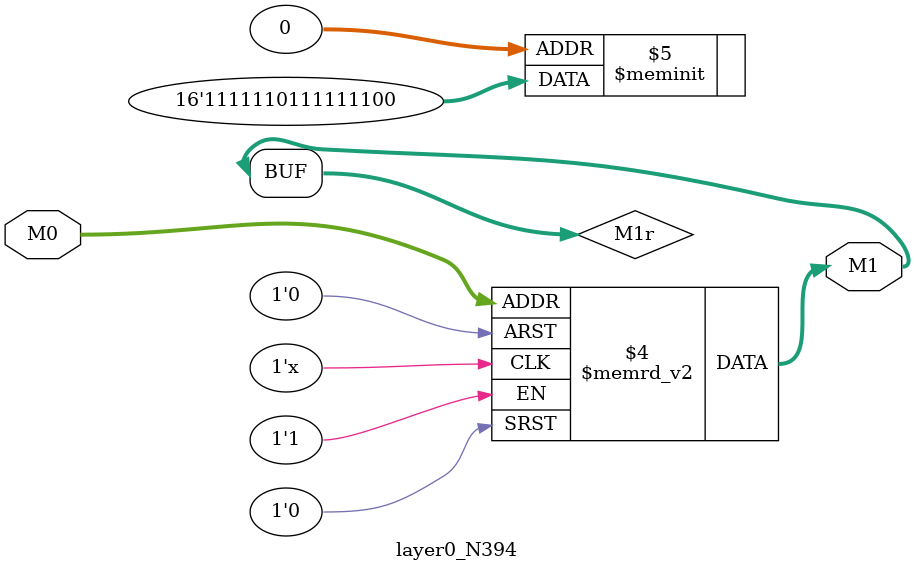
<source format=v>
module layer0_N394 ( input [2:0] M0, output [1:0] M1 );

	(*rom_style = "distributed" *) reg [1:0] M1r;
	assign M1 = M1r;
	always @ (M0) begin
		case (M0)
			3'b000: M1r = 2'b00;
			3'b100: M1r = 2'b01;
			3'b010: M1r = 2'b11;
			3'b110: M1r = 2'b11;
			3'b001: M1r = 2'b11;
			3'b101: M1r = 2'b11;
			3'b011: M1r = 2'b11;
			3'b111: M1r = 2'b11;

		endcase
	end
endmodule

</source>
